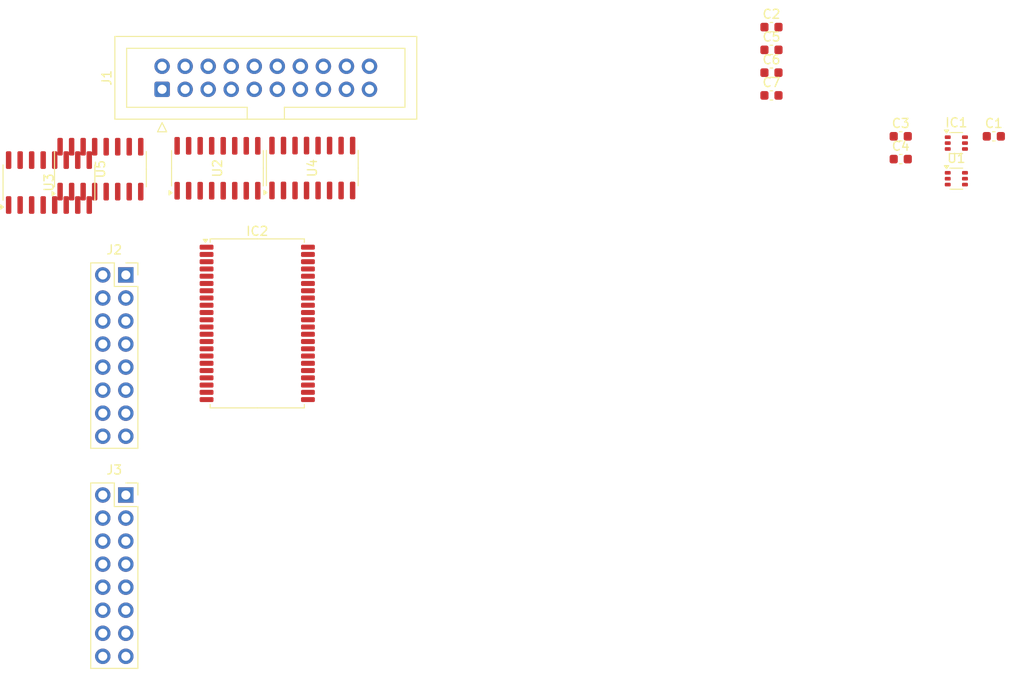
<source format=kicad_pcb>
(kicad_pcb (version 20240108) (generator "pcbnew") (generator_version "8.0")
  (layers (0 "F.Cu" signal) (31 "B.Cu" signal) (34 "B.Paste" user) (35 "F.Paste" user) (36 "B.SilkS" user "B.Silkscreen") (37 "F.SilkS" user "F.Silkscreen") (38 "B.Mask" user) (39 "F.Mask" user) (44 "Edge.Cuts" user))
  (net 0 "")
  (net 1 "GND")
  (net 2 "VCC")
  (net 3 "/MAI")
  (net 4 "/~{DOUT15}")
  (net 5 "/~{MAI}")
  (net 6 "/wordconn1/IN14")
  (net 7 "/wordconn1/IN3")
  (net 9 "/wordconn1/IN1")
  (net 10 "/wordconn1/IN9")
  (net 11 "/wordconn1/IN15")
  (net 12 "/wordconn1/IN6")
  (net 13 "/wordconn1/IN4")
  (net 14 "/wordconn1/IN5")
  (net 15 "/wordconn1/IN0")
  (net 16 "/wordconn1/IN13")
  (net 17 "/ram_chip/~{OE}")
  (net 18 "/W0")
  (net 21 "/wordconn1/IN12")
  (net 22 "/wordconn1/IN8")
  (net 23 "/wordconn1/IN2")
  (net 24 "/wordconn1/IN10")
  (net 25 "/wordconn1/IN11")
  (net 26 "/wordconn1/IN7")
  (net 28 "/register/CLK")
  (net 29 "/bus_conn/VCC")
  (net 30 "/bus_conn/GND")
  (net 32 "/wordconn/IN15")
  (net 33 "/wordconn/IN0")
  (net 34 "/wordconn/IN6")
  (net 35 "/wordconn/IN2")
  (net 36 "/wordconn/IN11")
  (net 37 "/wordconn/IN3")
  (net 38 "/wordconn/IN5")
  (net 39 "/wordconn/IN14")
  (net 40 "/wordconn/IN9")
  (net 41 "/wordconn/IN13")
  (net 42 "/wordconn/IN7")
  (net 43 "/wordconn/IN4")
  (net 44 "/wordconn/IN1")
  (net 45 "/wordconn/IN12")
  (net 46 "/wordconn/IN10")
  (net 47 "/wordconn/IN8")
  (footprint "Package_SO:SOIC-16_3.9x9.9mm_P1.27mm" (layer "F.Cu") (at 12.2 66.8 90)
    (property "Reference" "U5" (at 0 0 90) (layer "F.SilkS"))
    (property "Value" "74HC173" (hide yes))
    (fp_line (start 0 -5.06) (end 1.95 -5.06) (stroke (width 0.12)) (layer "F.SilkS"))
    (fp_line (start 0 -5.06) (end -1.95 -5.06) (stroke (width 0.12)) (layer "F.SilkS"))
    (fp_line (start 0 5.06) (end 1.95 5.06) (stroke (width 0.12)) (layer "F.SilkS"))
    (fp_line (start 0 5.06) (end -1.95 5.06) (stroke (width 0.12)) (layer "F.SilkS"))
    (fp_poly (pts (xy -2.7 -5.005) (xy -2.94 -5.335) (xy -2.46 -5.335) (xy -2.7 -5.005)) (stroke (width 0.12)) (fill solid) (layer "F.SilkS"))
    (pad "1" smd roundrect (at -2.475 -4.445 90) (size 1.95 0.6) (layers "F.Cu" "F.Paste" "F.Mask") (net 1 "GND"))
    (pad "2" smd roundrect (at -2.475 -3.175 90) (size 1.95 0.6) (layers "F.Cu" "F.Paste" "F.Mask") (net 1 "GND"))
    (pad "3" smd roundrect (at -2.475 -1.905 90) (size 1.95 0.6) (layers "F.Cu" "F.Paste" "F.Mask") (net 43 "/wordconn/IN4"))
    (pad "4" smd roundrect (at -2.475 -0.635 90) (size 1.95 0.6) (layers "F.Cu" "F.Paste" "F.Mask") (net 38 "/wordconn/IN5"))
    (pad "5" smd roundrect (at -2.475 0.635 90) (size 1.95 0.6) (layers "F.Cu" "F.Paste" "F.Mask") (net 34 "/wordconn/IN6"))
    (pad "6" smd roundrect (at -2.475 1.905 90) (size 1.95 0.6) (layers "F.Cu" "F.Paste" "F.Mask") (net 42 "/wordconn/IN7"))
    (pad "7" smd roundrect (at -2.475 3.175 90) (size 1.95 0.6) (layers "F.Cu" "F.Paste" "F.Mask") (net 28 "/register/CLK"))
    (pad "8" smd roundrect (at -2.475 4.445 90) (size 1.95 0.6) (layers "F.Cu" "F.Paste" "F.Mask") (net 1 "GND"))
    (pad "9" smd roundrect (at 2.475 4.445 90) (size 1.95 0.6) (layers "F.Cu" "F.Paste" "F.Mask") (net 5 "/~{MAI}"))
    (pad "10" smd roundrect (at 2.475 3.175 90) (size 1.95 0.6) (layers "F.Cu" "F.Paste" "F.Mask") (net 5 "/~{MAI}"))
    (pad "11" smd roundrect (at 2.475 1.905 90) (size 1.95 0.6) (layers "F.Cu" "F.Paste" "F.Mask") (net 26 "/wordconn1/IN7"))
    (pad "12" smd roundrect (at 2.475 0.635 90) (size 1.95 0.6) (layers "F.Cu" "F.Paste" "F.Mask") (net 12 "/wordconn1/IN6"))
    (pad "13" smd roundrect (at 2.475 -0.635 90) (size 1.95 0.6) (layers "F.Cu" "F.Paste" "F.Mask") (net 14 "/wordconn1/IN5"))
    (pad "14" smd roundrect (at 2.475 -1.905 90) (size 1.95 0.6) (layers "F.Cu" "F.Paste" "F.Mask") (net 13 "/wordconn1/IN4"))
    (pad "15" smd roundrect (at 2.475 -3.175 90) (size 1.95 0.6) (layers "F.Cu" "F.Paste" "F.Mask") (net 1 "GND"))
    (pad "16" smd roundrect (at 2.475 -4.445 90) (size 1.95 0.6) (layers "F.Cu" "F.Paste" "F.Mask") (net 2 "VCC"))
  )
  (footprint "Package_SO:SOIC-16_3.9x9.9mm_P1.27mm" (layer "F.Cu") (at 6.525 68.275 90)
    (property "Reference" "U3" (at 0 0 90) (layer "F.SilkS"))
    (property "Value" "74HC173" (hide yes))
    (fp_line (start 0 -5.06) (end 1.95 -5.06) (stroke (width 0.12)) (layer "F.SilkS"))
    (fp_line (start 0 -5.06) (end -1.95 -5.06) (stroke (width 0.12)) (layer "F.SilkS"))
    (fp_line (start 0 5.06) (end 1.95 5.06) (stroke (width 0.12)) (layer "F.SilkS"))
    (fp_line (start 0 5.06) (end -1.95 5.06) (stroke (width 0.12)) (layer "F.SilkS"))
    (fp_poly (pts (xy -2.7 -5.005) (xy -2.94 -5.335) (xy -2.46 -5.335) (xy -2.7 -5.005)) (stroke (width 0.12)) (fill solid) (layer "F.SilkS"))
    (pad "1" smd roundrect (at -2.475 -4.445 90) (size 1.95 0.6) (layers "F.Cu" "F.Paste" "F.Mask") (net 1 "GND"))
    (pad "2" smd roundrect (at -2.475 -3.175 90) (size 1.95 0.6) (layers "F.Cu" "F.Paste" "F.Mask") (net 1 "GND"))
    (pad "3" smd roundrect (at -2.475 -1.905 90) (size 1.95 0.6) (layers "F.Cu" "F.Paste" "F.Mask") (net 33 "/wordconn/IN0"))
    (pad "4" smd roundrect (at -2.475 -0.635 90) (size 1.95 0.6) (layers "F.Cu" "F.Paste" "F.Mask") (net 44 "/wordconn/IN1"))
    (pad "5" smd roundrect (at -2.475 0.635 90) (size 1.95 0.6) (layers "F.Cu" "F.Paste" "F.Mask") (net 35 "/wordconn/IN2"))
    (pad "6" smd roundrect (at -2.475 1.905 90) (size 1.95 0.6) (layers "F.Cu" "F.Paste" "F.Mask") (net 37 "/wordconn/IN3"))
    (pad "7" smd roundrect (at -2.475 3.175 90) (size 1.95 0.6) (layers "F.Cu" "F.Paste" "F.Mask") (net 28 "/register/CLK"))
    (pad "8" smd roundrect (at -2.475 4.445 90) (size 1.95 0.6) (layers "F.Cu" "F.Paste" "F.Mask") (net 1 "GND"))
    (pad "9" smd roundrect (at 2.475 4.445 90) (size 1.95 0.6) (layers "F.Cu" "F.Paste" "F.Mask") (net 5 "/~{MAI}"))
    (pad "10" smd roundrect (at 2.475 3.175 90) (size 1.95 0.6) (layers "F.Cu" "F.Paste" "F.Mask") (net 5 "/~{MAI}"))
    (pad "11" smd roundrect (at 2.475 1.905 90) (size 1.95 0.6) (layers "F.Cu" "F.Paste" "F.Mask") (net 7 "/wordconn1/IN3"))
    (pad "12" smd roundrect (at 2.475 0.635 90) (size 1.95 0.6) (layers "F.Cu" "F.Paste" "F.Mask") (net 23 "/wordconn1/IN2"))
    (pad "13" smd roundrect (at 2.475 -0.635 90) (size 1.95 0.6) (layers "F.Cu" "F.Paste" "F.Mask") (net 9 "/wordconn1/IN1"))
    (pad "14" smd roundrect (at 2.475 -1.905 90) (size 1.95 0.6) (layers "F.Cu" "F.Paste" "F.Mask") (net 15 "/wordconn1/IN0"))
    (pad "15" smd roundrect (at 2.475 -3.175 90) (size 1.95 0.6) (layers "F.Cu" "F.Paste" "F.Mask") (net 1 "GND"))
    (pad "16" smd roundrect (at 2.475 -4.445 90) (size 1.95 0.6) (layers "F.Cu" "F.Paste" "F.Mask") (net 2 "VCC"))
  )
  (footprint "Capacitor_SMD:C_0603_1608Metric" (layer "F.Cu") (at 100.42 65.69)
    (property "Reference" "C4" (at 0 -1.43 0) (layer "F.SilkS"))
    (property "Value" "0.1uF")
    (fp_line (start -0.14058 -0.51) (end 0.14058 -0.51) (stroke (width 0.12)) (layer "F.SilkS"))
    (fp_line (start -0.14058 0.51) (end 0.14058 0.51) (stroke (width 0.12)) (layer "F.SilkS"))
    (pad "1" smd roundrect (at -0.775 0) (size 0.9 0.95) (layers "F.Cu" "F.Paste" "F.Mask") (net 2 "VCC"))
    (pad "2" smd roundrect (at 0.775 0) (size 0.9 0.95) (layers "F.Cu" "F.Paste" "F.Mask") (net 1 "GND"))
  )
  (footprint "Connector_PinSocket_2.54mm:PinSocket_2x08_P2.54mm_Vertical" (layer "F.Cu") (at 15 78.46)
    (property "Reference" "J2" (at -1.27 -2.77 0) (layer "F.SilkS"))
    (property "Value" "Conn_02x08_Top_Bottom")
    (fp_line (start -3.87 -1.33) (end -3.87 19.11) (stroke (width 0.12)) (layer "F.SilkS"))
    (fp_line (start -3.87 -1.33) (end -1.27 -1.33) (stroke (width 0.12)) (layer "F.SilkS"))
    (fp_line (start -3.87 19.11) (end 1.33 19.11) (stroke (width 0.12)) (layer "F.SilkS"))
    (fp_line (start -1.27 -1.33) (end -1.27 1.27) (stroke (width 0.12)) (layer "F.SilkS"))
    (fp_line (start -1.27 1.27) (end 1.33 1.27) (stroke (width 0.12)) (layer "F.SilkS"))
    (fp_line (start 0 -1.33) (end 1.33 -1.33) (stroke (width 0.12)) (layer "F.SilkS"))
    (fp_line (start 1.33 -1.33) (end 1.33 0) (stroke (width 0.12)) (layer "F.SilkS"))
    (fp_line (start 1.33 1.27) (end 1.33 19.11) (stroke (width 0.12)) (layer "F.SilkS"))
    (pad "1" thru_hole rect (at 0 0) (size 1.7 1.7) (drill 1) (layers "*.Cu" "*.Mask") (net 33 "/wordconn/IN0"))
    (pad "2" thru_hole oval (at -2.54 0) (size 1.7 1.7) (drill 1) (layers "*.Cu" "*.Mask") (net 44 "/wordconn/IN1"))
    (pad "3" thru_hole oval (at 0 2.54) (size 1.7 1.7) (drill 1) (layers "*.Cu" "*.Mask") (net 35 "/wordconn/IN2"))
    (pad "4" thru_hole oval (at -2.54 2.54) (size 1.7 1.7) (drill 1) (layers "*.Cu" "*.Mask") (net 37 "/wordconn/IN3"))
    (pad "5" thru_hole oval (at 0 5.08) (size 1.7 1.7) (drill 1) (layers "*.Cu" "*.Mask") (net 43 "/wordconn/IN4"))
    (pad "6" thru_hole oval (at -2.54 5.08) (size 1.7 1.7) (drill 1) (layers "*.Cu" "*.Mask") (net 38 "/wordconn/IN5"))
    (pad "7" thru_hole oval (at 0 7.62) (size 1.7 1.7) (drill 1) (layers "*.Cu" "*.Mask") (net 34 "/wordconn/IN6"))
    (pad "8" thru_hole oval (at -2.54 7.62) (size 1.7 1.7) (drill 1) (layers "*.Cu" "*.Mask") (net 42 "/wordconn/IN7"))
    (pad "9" thru_hole oval (at 0 10.16) (size 1.7 1.7) (drill 1) (layers "*.Cu" "*.Mask") (net 47 "/wordconn/IN8"))
    (pad "10" thru_hole oval (at -2.54 10.16) (size 1.7 1.7) (drill 1) (layers "*.Cu" "*.Mask") (net 40 "/wordconn/IN9"))
    (pad "11" thru_hole oval (at 0 12.7) (size 1.7 1.7) (drill 1) (layers "*.Cu" "*.Mask") (net 46 "/wordconn/IN10"))
    (pad "12" thru_hole oval (at -2.54 12.7) (size 1.7 1.7) (drill 1) (layers "*.Cu" "*.Mask") (net 36 "/wordconn/IN11"))
    (pad "13" thru_hole oval (at 0 15.24) (size 1.7 1.7) (drill 1) (layers "*.Cu" "*.Mask") (net 45 "/wordconn/IN12"))
    (pad "14" thru_hole oval (at -2.54 15.24) (size 1.7 1.7) (drill 1) (layers "*.Cu" "*.Mask") (net 41 "/wordconn/IN13"))
    (pad "15" thru_hole oval (at 0 17.78) (size 1.7 1.7) (drill 1) (layers "*.Cu" "*.Mask") (net 39 "/wordconn/IN14"))
    (pad "16" thru_hole oval (at -2.54 17.78) (size 1.7 1.7) (drill 1) (layers "*.Cu" "*.Mask") (net 32 "/wordconn/IN15"))
  )
  (footprint "Capacitor_SMD:C_0603_1608Metric" (layer "F.Cu") (at 100.42 63.18)
    (property "Reference" "C3" (at 0 -1.43 0) (layer "F.SilkS"))
    (property "Value" "0.1uF")
    (fp_line (start -0.14058 -0.51) (end 0.14058 -0.51) (stroke (width 0.12)) (layer "F.SilkS"))
    (fp_line (start -0.14058 0.51) (end 0.14058 0.51) (stroke (width 0.12)) (layer "F.SilkS"))
    (pad "1" smd roundrect (at -0.775 0) (size 0.9 0.95) (layers "F.Cu" "F.Paste" "F.Mask") (net 2 "VCC"))
    (pad "2" smd roundrect (at 0.775 0) (size 0.9 0.95) (layers "F.Cu" "F.Paste" "F.Mask") (net 1 "GND"))
  )
  (footprint "Package_SO:TSOP-II-44_10.16x18.41mm_P0.8mm" (layer "F.Cu") (at 29.4875 83.8)
    (property "Reference" "IC2" (at 0 -10.16 0) (layer "F.SilkS"))
    (property "Value" "IS61WV3216BLL-12TLI")
    (fp_line (start -5.19 -9.315) (end -5.19 -8.935) (stroke (width 0.12)) (layer "F.SilkS"))
    (fp_line (start -5.19 9.315) (end -5.19 8.935) (stroke (width 0.12)) (layer "F.SilkS"))
    (fp_line (start 0 -9.315) (end -5.19 -9.315) (stroke (width 0.12)) (layer "F.SilkS"))
    (fp_line (start 0 -9.315) (end 5.19 -9.315) (stroke (width 0.12)) (layer "F.SilkS"))
    (fp_line (start 0 9.315) (end -5.19 9.315) (stroke (width 0.12)) (layer "F.SilkS"))
    (fp_line (start 0 9.315) (end 5.19 9.315) (stroke (width 0.12)) (layer "F.SilkS"))
    (fp_line (start 5.19 -9.315) (end 5.19 -8.935) (stroke (width 0.12)) (layer "F.SilkS"))
    (fp_line (start 5.19 9.315) (end 5.19 8.935) (stroke (width 0.12)) (layer "F.SilkS"))
    (fp_poly (pts (xy -5.715 -8.935) (xy -5.955 -9.265) (xy -5.475 -9.265) (xy -5.715 -8.935)) (stroke (width 0.12)) (fill solid) (layer "F.SilkS"))
    (pad "1" smd roundrect (at -5.5875 -8.4) (size 1.525 0.55) (layers "F.Cu" "F.Paste" "F.Mask"))
    (pad "2" smd roundrect (at -5.5875 -7.6) (size 1.525 0.55) (layers "F.Cu" "F.Paste" "F.Mask") (net 44 "/wordconn/IN1"))
    (pad "3" smd roundrect (at -5.5875 -6.8) (size 1.525 0.55) (layers "F.Cu" "F.Paste" "F.Mask") (net 38 "/wordconn/IN5"))
    (pad "4" smd roundrect (at -5.5875 -6) (size 1.525 0.55) (layers "F.Cu" "F.Paste" "F.Mask") (net 40 "/wordconn/IN9"))
    (pad "5" smd roundrect (at -5.5875 -5.2) (size 1.525 0.55) (layers "F.Cu" "F.Paste" "F.Mask") (net 36 "/wordconn/IN11"))
    (pad "6" smd roundrect (at -5.5875 -4.4) (size 1.525 0.55) (layers "F.Cu" "F.Paste" "F.Mask") (net 1 "GND"))
    (pad "7" smd roundrect (at -5.5875 -3.6) (size 1.525 0.55) (layers "F.Cu" "F.Paste" "F.Mask") (net 7 "/wordconn1/IN3"))
    (pad "8" smd roundrect (at -5.5875 -2.8) (size 1.525 0.55) (layers "F.Cu" "F.Paste" "F.Mask") (net 14 "/wordconn1/IN5"))
    (pad "9" smd roundrect (at -5.5875 -2) (size 1.525 0.55) (layers "F.Cu" "F.Paste" "F.Mask") (net 10 "/wordconn1/IN9"))
    (pad "10" smd roundrect (at -5.5875 -1.2) (size 1.525 0.55) (layers "F.Cu" "F.Paste" "F.Mask") (net 21 "/wordconn1/IN12"))
    (pad "11" smd roundrect (at -5.5875 -0.4) (size 1.525 0.55) (layers "F.Cu" "F.Paste" "F.Mask") (net 2 "VCC"))
    (pad "12" smd roundrect (at -5.5875 0.4) (size 1.525 0.55) (layers "F.Cu" "F.Paste" "F.Mask") (net 1 "GND"))
    (pad "13" smd roundrect (at -5.5875 1.2) (size 1.525 0.55) (layers "F.Cu" "F.Paste" "F.Mask") (net 16 "/wordconn1/IN13"))
    (pad "14" smd roundrect (at -5.5875 2) (size 1.525 0.55) (layers "F.Cu" "F.Paste" "F.Mask") (net 22 "/wordconn1/IN8"))
    (pad "15" smd roundrect (at -5.5875 2.8) (size 1.525 0.55) (layers "F.Cu" "F.Paste" "F.Mask") (net 13 "/wordconn1/IN4"))
    (pad "16" smd roundrect (at -5.5875 3.6) (size 1.525 0.55) (layers "F.Cu" "F.Paste" "F.Mask") (net 9 "/wordconn1/IN1"))
    (pad "17" smd roundrect (at -5.5875 4.4) (size 1.525 0.55) (layers "F.Cu" "F.Paste" "F.Mask") (net 18 "/W0"))
    (pad "18" smd roundrect (at -5.5875 5.2) (size 1.525 0.55) (layers "F.Cu" "F.Paste" "F.Mask") (net 39 "/wordconn/IN14"))
    (pad "19" smd roundrect (at -5.5875 6) (size 1.525 0.55) (layers "F.Cu" "F.Paste" "F.Mask") (net 46 "/wordconn/IN10"))
    (pad "20" smd roundrect (at -5.5875 6.8) (size 1.525 0.55) (layers "F.Cu" "F.Paste" "F.Mask") (net 34 "/wordconn/IN6"))
    (pad "21" smd roundrect (at -5.5875 7.6) (size 1.525 0.55) (layers "F.Cu" "F.Paste" "F.Mask") (net 35 "/wordconn/IN2"))
    (pad "22" smd roundrect (at -5.5875 8.4) (size 1.525 0.55) (layers "F.Cu" "F.Paste" "F.Mask"))
    (pad "23" smd roundrect (at 5.5875 8.4) (size 1.525 0.55) (layers "F.Cu" "F.Paste" "F.Mask"))
    (pad "24" smd roundrect (at 5.5875 7.6) (size 1.525 0.55) (layers "F.Cu" "F.Paste" "F.Mask") (net 43 "/wordconn/IN4"))
    (pad "25" smd roundrect (at 5.5875 6.8) (size 1.525 0.55) (layers "F.Cu" "F.Paste" "F.Mask") (net 47 "/wordconn/IN8"))
    (pad "26" smd roundrect (at 5.5875 6) (size 1.525 0.55) (layers "F.Cu" "F.Paste" "F.Mask") (net 45 "/wordconn/IN12"))
    (pad "27" smd roundrect (at 5.5875 5.2) (size 1.525 0.55) (layers "F.Cu" "F.Paste" "F.Mask") (net 41 "/wordconn/IN13"))
    (pad "28" smd roundrect (at 5.5875 4.4) (size 1.525 0.55) (layers "F.Cu" "F.Paste" "F.Mask"))
    (pad "29" smd roundrect (at 5.5875 3.6) (size 1.525 0.55) (layers "F.Cu" "F.Paste" "F.Mask") (net 15 "/wordconn1/IN0"))
    (pad "30" smd roundrect (at 5.5875 2.8) (size 1.525 0.55) (layers "F.Cu" "F.Paste" "F.Mask") (net 23 "/wordconn1/IN2"))
    (pad "31" smd roundrect (at 5.5875 2) (size 1.525 0.55) (layers "F.Cu" "F.Paste" "F.Mask") (net 12 "/wordconn1/IN6"))
    (pad "32" smd roundrect (at 5.5875 1.2) (size 1.525 0.55) (layers "F.Cu" "F.Paste" "F.Mask") (net 25 "/wordconn1/IN11"))
    (pad "33" smd roundrect (at 5.5875 0.4) (size 1.525 0.55) (layers "F.Cu" "F.Paste" "F.Mask") (net 2 "VCC"))
    (pad "34" smd roundrect (at 5.5875 -0.4) (size 1.525 0.55) (layers "F.Cu" "F.Paste" "F.Mask") (net 1 "GND"))
    (pad "35" smd roundrect (at 5.5875 -1.2) (size 1.525 0.55) (layers "F.Cu" "F.Paste" "F.Mask") (net 6 "/wordconn1/IN14"))
    (pad "36" smd roundrect (at 5.5875 -2) (size 1.525 0.55) (layers "F.Cu" "F.Paste" "F.Mask") (net 11 "/wordconn1/IN15"))
    (pad "37" smd roundrect (at 5.5875 -2.8) (size 1.525 0.55) (layers "F.Cu" "F.Paste" "F.Mask") (net 24 "/wordconn1/IN10"))
    (pad "38" smd roundrect (at 5.5875 -3.6) (size 1.525 0.55) (layers "F.Cu" "F.Paste" "F.Mask") (net 26 "/wordconn1/IN7"))
    (pad "39" smd roundrect (at 5.5875 -4.4) (size 1.525 0.55) (layers "F.Cu" "F.Paste" "F.Mask") (net 1 "GND"))
    (pad "40" smd roundrect (at 5.5875 -5.2) (size 1.525 0.55) (layers "F.Cu" "F.Paste" "F.Mask") (net 1 "GND"))
    (pad "41" smd roundrect (at 5.5875 -6) (size 1.525 0.55) (layers "F.Cu" "F.Paste" "F.Mask") (net 17 "/ram_chip/~{OE}"))
    (pad "42" smd roundrect (at 5.5875 -6.8) (size 1.525 0.55) (layers "F.Cu" "F.Paste" "F.Mask") (net 42 "/wordconn/IN7"))
    (pad "43" smd roundrect (at 5.5875 -7.6) (size 1.525 0.55) (layers "F.Cu" "F.Paste" "F.Mask") (net 37 "/wordconn/IN3"))
    (pad "44" smd roundrect (at 5.5875 -8.4) (size 1.525 0.55) (layers "F.Cu" "F.Paste" "F.Mask") (net 33 "/wordconn/IN0"))
  )
  (footprint "Connector_PinSocket_2.54mm:PinSocket_2x08_P2.54mm_Vertical" (layer "F.Cu") (at 15 102.72)
    (property "Reference" "J3" (at -1.27 -2.77 0) (layer "F.SilkS"))
    (property "Value" "Conn_02x08_Top_Bottom")
    (fp_line (start -3.87 -1.33) (end -3.87 19.11) (stroke (width 0.12)) (layer "F.SilkS"))
    (fp_line (start -3.87 -1.33) (end -1.27 -1.33) (stroke (width 0.12)) (layer "F.SilkS"))
    (fp_line (start -3.87 19.11) (end 1.33 19.11) (stroke (width 0.12)) (layer "F.SilkS"))
    (fp_line (start -1.27 -1.33) (end -1.27 1.27) (stroke (width 0.12)) (layer "F.SilkS"))
    (fp_line (start -1.27 1.27) (end 1.33 1.27) (stroke (width 0.12)) (layer "F.SilkS"))
    (fp_line (start 0 -1.33) (end 1.33 -1.33) (stroke (width 0.12)) (layer "F.SilkS"))
    (fp_line (start 1.33 -1.33) (end 1.33 0) (stroke (width 0.12)) (layer "F.SilkS"))
    (fp_line (start 1.33 1.27) (end 1.33 19.11) (stroke (width 0.12)) (layer "F.SilkS"))
    (pad "1" thru_hole rect (at 0 0) (size 1.7 1.7) (drill 1) (layers "*.Cu" "*.Mask") (net 15 "/wordconn1/IN0"))
    (pad "2" thru_hole oval (at -2.54 0) (size 1.7 1.7) (drill 1) (layers "*.Cu" "*.Mask") (net 9 "/wordconn1/IN1"))
    (pad "3" thru_hole oval (at 0 2.54) (size 1.7 1.7) (drill 1) (layers "*.Cu" "*.Mask") (net 23 "/wordconn1/IN2"))
    (pad "4" thru_hole oval (at -2.54 2.54) (size 1.7 1.7) (drill 1) (layers "*.Cu" "*.Mask") (net 7 "/wordconn1/IN3"))
    (pad "5" thru_hole oval (at 0 5.08) (size 1.7 1.7) (drill 1) (layers "*.Cu" "*.Mask") (net 13 "/wordconn1/IN4"))
    (pad "6" thru_hole oval (at -2.54 5.08) (size 1.7 1.7) (drill 1) (layers "*.Cu" "*.Mask") (net 14 "/wordconn1/IN5"))
    (pad "7" thru_hole oval (at 0 7.62) (size 1.7 1.7) (drill 1) (layers "*.Cu" "*.Mask") (net 12 "/wordconn1/IN6"))
    (pad "8" thru_hole oval (at -2.54 7.62) (size 1.7 1.7) (drill 1) (layers "*.Cu" "*.Mask") (net 26 "/wordconn1/IN7"))
    (pad "9" thru_hole oval (at 0 10.16) (size 1.7 1.7) (drill 1) (layers "*.Cu" "*.Mask") (net 22 "/wordconn1/IN8"))
    (pad "10" thru_hole oval (at -2.54 10.16) (size 1.7 1.7) (drill 1) (layers "*.Cu" "*.Mask") (net 10 "/wordconn1/IN9"))
    (pad "11" thru_hole oval (at 0 12.7) (size 1.7 1.7) (drill 1) (layers "*.Cu" "*.Mask") (net 24 "/wordconn1/IN10"))
    (pad "12" thru_hole oval (at -2.54 12.7) (size 1.7 1.7) (drill 1) (layers "*.Cu" "*.Mask") (net 25 "/wordconn1/IN11"))
    (pad "13" thru_hole oval (at 0 15.24) (size 1.7 1.7) (drill 1) (layers "*.Cu" "*.Mask") (net 21 "/wordconn1/IN12"))
    (pad "14" thru_hole oval (at -2.54 15.24) (size 1.7 1.7) (drill 1) (layers "*.Cu" "*.Mask") (net 16 "/wordconn1/IN13"))
    (pad "15" thru_hole oval (at 0 17.78) (size 1.7 1.7) (drill 1) (layers "*.Cu" "*.Mask") (net 6 "/wordconn1/IN14"))
    (pad "16" thru_hole oval (at -2.54 17.78) (size 1.7 1.7) (drill 1) (layers "*.Cu" "*.Mask") (net 11 "/wordconn1/IN15"))
  )
  (footprint "Connector_IDC:IDC-Header_2x10_P2.54mm_Vertical" (layer "F.Cu") (at 19 58 90)
    (property "Reference" "J1" (at 1.27 -6.1 90) (layer "F.SilkS"))
    (property "Value" "Conn_02x10_Odd_Even")
    (fp_line (start 5.83 -5.21) (end 5.83 28.07) (stroke (width 0.12)) (layer "F.SilkS"))
    (fp_line (start -3.29 -5.21) (end 5.83 -5.21) (stroke (width 0.12)) (layer "F.SilkS"))
    (fp_line (start 4.52 -3.91) (end 4.52 26.77) (stroke (width 0.12)) (layer "F.SilkS"))
    (fp_line (start -1.98 -3.91) (end 4.52 -3.91) (stroke (width 0.12)) (layer "F.SilkS"))
    (fp_line (start -4.68 -0.5) (end -4.68 0.5) (stroke (width 0.12)) (layer "F.SilkS"))
    (fp_line (start -3.68 0) (end -4.68 -0.5) (stroke (width 0.12)) (layer "F.SilkS"))
    (fp_line (start -4.68 0.5) (end -3.68 0) (stroke (width 0.12)) (layer "F.SilkS"))
    (fp_line (start -1.98 9.38) (end -1.98 -3.91) (stroke (width 0.12)) (layer "F.SilkS"))
    (fp_line (start -3.29 9.38) (end -1.98 9.38) (stroke (width 0.12)) (layer "F.SilkS"))
    (fp_line (start -1.98 13.48) (end -1.98 13.48) (stroke (width 0.12)) (layer "F.SilkS"))
    (fp_line (start -1.98 13.48) (end -3.29 13.48) (stroke (width 0.12)) (layer "F.SilkS"))
    (fp_line (start 4.52 26.77) (end -1.98 26.77) (stroke (width 0.12)) (layer "F.SilkS"))
    (fp_line (start -1.98 26.77) (end -1.98 13.48) (stroke (width 0.12)) (layer "F.SilkS"))
    (fp_line (start 5.83 28.07) (end -3.29 28.07) (stroke (width 0.12)) (layer "F.SilkS"))
    (fp_line (start -3.29 28.07) (end -3.29 -5.21) (stroke (width 0.12)) (layer "F.SilkS"))
    (pad "1" thru_hole roundrect (at 0 0 90) (size 1.7 1.7) (drill 1) (layers "*.Cu" "*.Mask") (roundrect_rratio 0.147059) (net 15 "/wordconn1/IN0"))
    (pad "2" thru_hole circle (at 2.54 0 90) (size 1.7 1.7) (drill 1) (layers "*.Cu" "*.Mask") (net 9 "/wordconn1/IN1"))
    (pad "3" thru_hole circle (at 0 2.54 90) (size 1.7 1.7) (drill 1) (layers "*.Cu" "*.Mask") (net 23 "/wordconn1/IN2"))
    (pad "4" thru_hole circle (at 2.54 2.54 90) (size 1.7 1.7) (drill 1) (layers "*.Cu" "*.Mask") (net 7 "/wordconn1/IN3"))
    (pad "5" thru_hole circle (at 0 5.08 90) (size 1.7 1.7) (drill 1) (layers "*.Cu" "*.Mask") (net 13 "/wordconn1/IN4"))
    (pad "6" thru_hole circle (at 2.54 5.08 90) (size 1.7 1.7) (drill 1) (layers "*.Cu" "*.Mask") (net 14 "/wordconn1/IN5"))
    (pad "7" thru_hole circle (at 0 7.62 90) (size 1.7 1.7) (drill 1) (layers "*.Cu" "*.Mask") (net 12 "/wordconn1/IN6"))
    (pad "8" thru_hole circle (at 2.54 7.62 90) (size 1.7 1.7) (drill 1) (layers "*.Cu" "*.Mask") (net 26 "/wordconn1/IN7"))
    (pad "9" thru_hole circle (at 0 10.16 90) (size 1.7 1.7) (drill 1) (layers "*.Cu" "*.Mask") (net 22 "/wordconn1/IN8"))
    (pad "10" thru_hole circle (at 2.54 10.16 90) (size 1.7 1.7) (drill 1) (layers "*.Cu" "*.Mask") (net 10 "/wordconn1/IN9"))
    (pad "11" thru_hole circle (at 0 12.7 90) (size 1.7 1.7) (drill 1) (layers "*.Cu" "*.Mask") (net 24 "/wordconn1/IN10"))
    (pad "12" thru_hole circle (at 2.54 12.7 90) (size 1.7 1.7) (drill 1) (layers "*.Cu" "*.Mask") (net 25 "/wordconn1/IN11"))
    (pad "13" thru_hole circle (at 0 15.24 90) (size 1.7 1.7) (drill 1) (layers "*.Cu" "*.Mask") (net 21 "/wordconn1/IN12"))
    (pad "14" thru_hole circle (at 2.54 15.24 90) (size 1.7 1.7) (drill 1) (layers "*.Cu" "*.Mask") (net 16 "/wordconn1/IN13"))
    (pad "15" thru_hole circle (at 0 17.78 90) (size 1.7 1.7) (drill 1) (layers "*.Cu" "*.Mask") (net 6 "/wordconn1/IN14"))
    (pad "16" thru_hole circle (at 2.54 17.78 90) (size 1.7 1.7) (drill 1) (layers "*.Cu" "*.Mask") (net 11 "/wordconn1/IN15"))
    (pad "17" thru_hole circle (at 0 20.32 90) (size 1.7 1.7) (drill 1) (layers "*.Cu" "*.Mask") (net 30 "/bus_conn/GND"))
    (pad "18" thru_hole circle (at 2.54 20.32 90) (size 1.7 1.7) (drill 1) (layers "*.Cu" "*.Mask") (net 28 "/register/CLK"))
    (pad "19" thru_hole circle (at 0 22.86 90) (size 1.7 1.7) (drill 1) (layers "*.Cu" "*.Mask") (net 30 "/bus_conn/GND"))
    (pad "20" thru_hole circle (at 2.54 22.86 90) (size 1.7 1.7) (drill 1) (layers "*.Cu" "*.Mask") (net 29 "/bus_conn/VCC"))
  )
  (footprint "Capacitor_SMD:C_0603_1608Metric" (layer "F.Cu") (at 110.68 63.18)
    (property "Reference" "C1" (at 0 -1.43 0) (layer "F.SilkS"))
    (property "Value" "0.1uF")
    (fp_line (start -0.14058 -0.51) (end 0.14058 -0.51) (stroke (width 0.12)) (layer "F.SilkS"))
    (fp_line (start -0.14058 0.51) (end 0.14058 0.51) (stroke (width 0.12)) (layer "F.SilkS"))
    (pad "1" smd roundrect (at -0.775 0) (size 0.9 0.95) (layers "F.Cu" "F.Paste" "F.Mask") (net 1 "GND"))
    (pad "2" smd roundrect (at 0.775 0) (size 0.9 0.95) (layers "F.Cu" "F.Paste" "F.Mask") (net 2 "VCC"))
  )
  (footprint "Capacitor_SMD:C_0603_1608Metric" (layer "F.Cu") (at 86.17 53.65)
    (property "Reference" "C5" (at 0 -1.43 0) (layer "F.SilkS"))
    (property "Value" "0.1uF")
    (fp_line (start -0.14058 -0.51) (end 0.14058 -0.51) (stroke (width 0.12)) (layer "F.SilkS"))
    (fp_line (start -0.14058 0.51) (end 0.14058 0.51) (stroke (width 0.12)) (layer "F.SilkS"))
    (pad "1" smd roundrect (at -0.775 0) (size 0.9 0.95) (layers "F.Cu" "F.Paste" "F.Mask") (net 2 "VCC"))
    (pad "2" smd roundrect (at 0.775 0) (size 0.9 0.95) (layers "F.Cu" "F.Paste" "F.Mask") (net 1 "GND"))
  )
  (footprint "Capacitor_SMD:C_0603_1608Metric" (layer "F.Cu") (at 86.17 58.67)
    (property "Reference" "C7" (at 0 -1.43 0) (layer "F.SilkS"))
    (property "Value" "0.1uF")
    (fp_line (start -0.14058 -0.51) (end 0.14058 -0.51) (stroke (width 0.12)) (layer "F.SilkS"))
    (fp_line (start -0.14058 0.51) (end 0.14058 0.51) (stroke (width 0.12)) (layer "F.SilkS"))
    (pad "1" smd roundrect (at -0.775 0) (size 0.9 0.95) (layers "F.Cu" "F.Paste" "F.Mask") (net 2 "VCC"))
    (pad "2" smd roundrect (at 0.775 0) (size 0.9 0.95) (layers "F.Cu" "F.Paste" "F.Mask") (net 1 "GND"))
  )
  (footprint "Capacitor_SMD:C_0603_1608Metric" (layer "F.Cu") (at 86.17 56.16)
    (property "Reference" "C6" (at 0 -1.43 0) (layer "F.SilkS"))
    (property "Value" "0.1uF")
    (fp_line (start -0.14058 -0.51) (end 0.14058 -0.51) (stroke (width 0.12)) (layer "F.SilkS"))
    (fp_line (start -0.14058 0.51) (end 0.14058 0.51) (stroke (width 0.12)) (layer "F.SilkS"))
    (pad "1" smd roundrect (at -0.775 0) (size 0.9 0.95) (layers "F.Cu" "F.Paste" "F.Mask") (net 2 "VCC"))
    (pad "2" smd roundrect (at 0.775 0) (size 0.9 0.95) (layers "F.Cu" "F.Paste" "F.Mask") (net 1 "GND"))
  )
  (footprint "Capacitor_SMD:C_0603_1608Metric" (layer "F.Cu") (at 86.17 51.14)
    (property "Reference" "C2" (at 0 -1.43 0) (layer "F.SilkS"))
    (property "Value" "0.1uF")
    (fp_line (start -0.14058 -0.51) (end 0.14058 -0.51) (stroke (width 0.12)) (layer "F.SilkS"))
    (fp_line (start -0.14058 0.51) (end 0.14058 0.51) (stroke (width 0.12)) (layer "F.SilkS"))
    (pad "1" smd roundrect (at -0.775 0) (size 0.9 0.95) (layers "F.Cu" "F.Paste" "F.Mask") (net 2 "VCC"))
    (pad "2" smd roundrect (at 0.775 0) (size 0.9 0.95) (layers "F.Cu" "F.Paste" "F.Mask") (net 1 "GND"))
  )
  (footprint "Package_SO:SOIC-16_3.9x9.9mm_P1.27mm" (layer "F.Cu") (at 35.555 66.675 90)
    (property "Reference" "U4" (at 0 0 90) (layer "F.SilkS"))
    (property "Value" "74HC173")
    (fp_line (start 0 -5.06) (end 1.95 -5.06) (stroke (width 0.12)) (layer "F.SilkS"))
    (fp_line (start 0 -5.06) (end -1.95 -5.06) (stroke (width 0.12)) (layer "F.SilkS"))
    (fp_line (start 0 5.06) (end 1.95 5.06) (stroke (width 0.12)) (layer "F.SilkS"))
    (fp_line (start 0 5.06) (end -1.95 5.06) (stroke (width 0.12)) (layer "F.SilkS"))
    (fp_poly (pts (xy -2.7 -5.005) (xy -2.94 -5.335) (xy -2.46 -5.335) (xy -2.7 -5.005)) (stroke (width 0.12)) (fill solid) (layer "F.SilkS"))
    (pad "1" smd roundrect (at -2.475 -4.445 90) (size 1.95 0.6) (layers "F.Cu" "F.Paste" "F.Mask") (net 1 "GND"))
    (pad "2" smd roundrect (at -2.475 -3.175 90) (size 1.95 0.6) (layers "F.Cu" "F.Paste" "F.Mask") (net 1 "GND"))
    (pad "3" smd roundrect (at -2.475 -1.905 90) (size 1.95 0.6) (layers "F.Cu" "F.Paste" "F.Mask") (net 45 "/wordconn/IN12"))
    (pad "4" smd roundrect (at -2.475 -0.635 90) (size 1.95 0.6) (layers "F.Cu" "F.Paste" "F.Mask") (net 41 "/wordconn/IN13"))
    (pad "5" smd roundrect (at -2.475 0.635 90) (size 1.95 0.6) (layers "F.Cu" "F.Paste" "F.Mask") (net 39 "/wordconn/IN14"))
    (pad "6" smd roundrect (at -2.475 1.905 90) (size 1.95 0.6) (layers "F.Cu" "F.Paste" "F.Mask") (net 32 "/wordconn/IN15"))
    (pad "7" smd roundrect (at -2.475 3.175 90) (size 1.95 0.6) (layers "F.Cu" "F.Paste" "F.Mask") (net 28 "/register/CLK"))
    (pad "8" smd roundrect (at -2.475 4.445 90) (size 1.95 0.6) (layers "F.Cu" "F.Paste" "F.Mask") (net 1 "GND"))
    (pad "9" smd roundrect (at 2.475 4.445 90) (size 1.95 0.6) (layers "F.Cu" "F.Paste" "F.Mask") (net 5 "/~{MAI}"))
    (pad "10" smd roundrect (at 2.475 3.175 90) (size 1.95 0.6) (layers "F.Cu" "F.Paste" "F.Mask") (net 5 "/~{MAI}"))
    (pad "11" smd roundrect (at 2.475 1.905 90) (size 1.95 0.6) (layers "F.Cu" "F.Paste" "F.Mask") (net 11 "/wordconn1/IN15"))
    (pad "12" smd roundrect (at 2.475 0.635 90) (size 1.95 0.6) (layers "F.Cu" "F.Paste" "F.Mask") (net 6 "/wordconn1/IN14"))
    (pad "13" smd roundrect (at 2.475 -0.635 90) (size 1.95 0.6) (layers "F.Cu" "F.Paste" "F.Mask") (net 16 "/wordconn1/IN13"))
    (pad "14" smd roundrect (at 2.475 -1.905 90) (size 1.95 0.6) (layers "F.Cu" "F.Paste" "F.Mask") (net 21 "/wordconn1/IN12"))
    (pad "15" smd roundrect (at 2.475 -3.175 90) (size 1.95 0.6) (layers "F.Cu" "F.Paste" "F.Mask") (net 1 "GND"))
    (pad "16" smd roundrect (at 2.475 -4.445 90) (size 1.95 0.6) (layers "F.Cu" "F.Paste" "F.Mask") (net 2 "VCC"))
  )
  (footprint "Package_TO_SOT_SMD:SOT-363_SC-70-6" (layer "F.Cu") (at 106.55 63.925)
    (property "Reference" "IC1" (at 0 -2.25 0) (layer "F.SilkS"))
    (property "Value" "SN74AUP2G14DCKR")
    (fp_line (start -0.71 -1.16) (end 0.7 -1.16) (stroke (width 0.12)) (layer "F.SilkS"))
    (fp_line (start -0.7 1.16) (end 0.7 1.16) (stroke (width 0.12)) (layer "F.SilkS"))
    (fp_poly (pts (xy -1.08 -1.11) (xy -1.32 -1.44) (xy -0.84 -1.44) (xy -1.08 -1.11)) (stroke (width 0.12)) (fill solid) (layer "F.SilkS"))
    (pad "1" smd roundrect (at -0.95 -0.65) (size 0.65 0.4) (layers "F.Cu" "F.Paste" "F.Mask") (net 3 "/MAI"))
    (pad "2" smd roundrect (at -0.95 0) (size 0.65 0.4) (layers "F.Cu" "F.Paste" "F.Mask") (net 1 "GND"))
    (pad "3" smd roundrect (at -0.95 0.65) (size 0.65 0.4) (layers "F.Cu" "F.Paste" "F.Mask") (net 32 "/wordconn/IN15"))
    (pad "4" smd roundrect (at 0.95 0.65) (size 0.65 0.4) (layers "F.Cu" "F.Paste" "F.Mask") (net 4 "/~{DOUT15}"))
    (pad "5" smd roundrect (at 0.95 0) (size 0.65 0.4) (layers "F.Cu" "F.Paste" "F.Mask") (net 2 "VCC"))
    (pad "6" smd roundrect (at 0.95 -0.65) (size 0.65 0.4) (layers "F.Cu" "F.Paste" "F.Mask") (net 5 "/~{MAI}"))
  )
  (footprint "Package_SO:SOIC-16_3.9x9.9mm_P1.27mm" (layer "F.Cu") (at 25.1 66.7 90)
    (property "Reference" "U2" (at 0 0 90) (layer "F.SilkS"))
    (property "Value" "74HC173" (hide yes))
    (fp_line (start 0 -5.06) (end 1.95 -5.06) (stroke (width 0.12)) (layer "F.SilkS"))
    (fp_line (start 0 -5.06) (end -1.95 -5.06) (stroke (width 0.12)) (layer "F.SilkS"))
    (fp_line (start 0 5.06) (end 1.95 5.06) (stroke (width 0.12)) (layer "F.SilkS"))
    (fp_line (start 0 5.06) (end -1.95 5.06) (stroke (width 0.12)) (layer "F.SilkS"))
    (fp_poly (pts (xy -2.7 -5.005) (xy -2.94 -5.335) (xy -2.46 -5.335) (xy -2.7 -5.005)) (stroke (width 0.12)) (fill solid) (layer "F.SilkS"))
    (pad "1" smd roundrect (at -2.475 -4.445 90) (size 1.95 0.6) (layers "F.Cu" "F.Paste" "F.Mask") (net 1 "GND"))
    (pad "2" smd roundrect (at -2.475 -3.175 90) (size 1.95 0.6) (layers "F.Cu" "F.Paste" "F.Mask") (net 1 "GND"))
    (pad "3" smd roundrect (at -2.475 -1.905 90) (size 1.95 0.6) (layers "F.Cu" "F.Paste" "F.Mask") (net 47 "/wordconn/IN8"))
    (pad "4" smd roundrect (at -2.475 -0.635 90) (size 1.95 0.6) (layers "F.Cu" "F.Paste" "F.Mask") (net 40 "/wordconn/IN9"))
    (pad "5" smd roundrect (at -2.475 0.635 90) (size 1.95 0.6) (layers "F.Cu" "F.Paste" "F.Mask") (net 46 "/wordconn/IN10"))
    (pad "6" smd roundrect (at -2.475 1.905 90) (size 1.95 0.6) (layers "F.Cu" "F.Paste" "F.Mask") (net 36 "/wordconn/IN11"))
    (pad "7" smd roundrect (at -2.475 3.175 90) (size 1.95 0.6) (layers "F.Cu" "F.Paste" "F.Mask") (net 28 "/register/CLK"))
    (pad "8" smd roundrect (at -2.475 4.445 90) (size 1.95 0.6) (layers "F.Cu" "F.Paste" "F.Mask") (net 1 "GND"))
    (pad "9" smd roundrect (at 2.475 4.445 90) (size 1.95 0.6) (layers "F.Cu" "F.Paste" "F.Mask") (net 5 "/~{MAI}"))
    (pad "10" smd roundrect (at 2.475 3.175 90) (size 1.95 0.6) (layers "F.Cu" "F.Paste" "F.Mask") (net 5 "/~{MAI}"))
    (pad "11" smd roundrect (at 2.475 1.905 90) (size 1.95 0.6) (layers "F.Cu" "F.Paste" "F.Mask") (net 25 "/wordconn1/IN11"))
    (pad "12" smd roundrect (at 2.475 0.635 90) (size 1.95 0.6) (layers "F.Cu" "F.Paste" "F.Mask") (net 24 "/wordconn1/IN10"))
    (pad "13" smd roundrect (at 2.475 -0.635 90) (size 1.95 0.6) (layers "F.Cu" "F.Paste" "F.Mask") (net 10 "/wordconn1/IN9"))
    (pad "14" smd roundrect (at 2.475 -1.905 90) (size 1.95 0.6) (layers "F.Cu" "F.Paste" "F.Mask") (net 22 "/wordconn1/IN8"))
    (pad "15" smd roundrect (at 2.475 -3.175 90) (size 1.95 0.6) (layers "F.Cu" "F.Paste" "F.Mask") (net 1 "GND"))
    (pad "16" smd roundrect (at 2.475 -4.445 90) (size 1.95 0.6) (layers "F.Cu" "F.Paste" "F.Mask") (net 2 "VCC"))
  )
  (footprint "Package_TO_SOT_SMD:SOT-363_SC-70-6" (layer "F.Cu") (at 106.55 67.85)
    (property "Reference" "U1" (at 0 -2.25 0) (layer "F.SilkS"))
    (property "Value" "4081")
    (fp_line (start -0.71 -1.16) (end 0.7 -1.16) (stroke (width 0.12)) (layer "F.SilkS"))
    (fp_line (start -0.7 1.16) (end 0.7 1.16) (stroke (width 0.12)) (layer "F.SilkS"))
    (fp_poly (pts (xy -1.08 -1.11) (xy -1.32 -1.44) (xy -0.84 -1.44) (xy -1.08 -1.11)) (stroke (width 0.12)) (fill solid) (layer "F.SilkS"))
    (pad "1" smd roundrect (at -0.95 -0.65) (size 0.65 0.4) (layers "F.Cu" "F.Paste" "F.Mask") (net 4 "/~{DOUT15}"))
    (pad "2" smd roundrect (at -0.95 0) (size 0.65 0.4) (layers "F.Cu" "F.Paste" "F.Mask"))
    (pad "3" smd roundrect (at -0.95 0.65) (size 0.65 0.4) (layers "F.Cu" "F.Paste" "F.Mask") (net 17 "/ram_chip/~{OE}"))
    (pad "4" smd roundrect (at 0.95 0.65) (size 0.65 0.4) (layers "F.Cu" "F.Paste" "F.Mask"))
    (pad "5" smd roundrect (at 0.95 0) (size 0.65 0.4) (layers "F.Cu" "F.Paste" "F.Mask"))
    (pad "6" smd roundrect (at 0.95 -0.65) (size 0.65 0.4) (layers "F.Cu" "F.Paste" "F.Mask"))
  )
)
</source>
